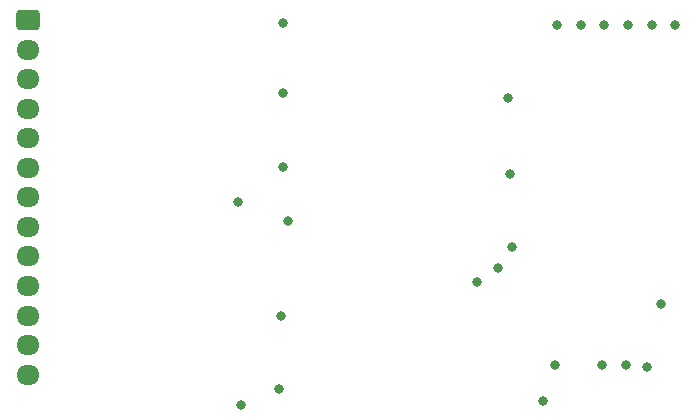
<source format=gbr>
%TF.GenerationSoftware,KiCad,Pcbnew,6.0.5*%
%TF.CreationDate,2022-06-29T09:43:05+02:00*%
%TF.ProjectId,Flux_BMS,466c7578-5f42-44d5-932e-6b696361645f,rev?*%
%TF.SameCoordinates,Original*%
%TF.FileFunction,Copper,L2,Inr*%
%TF.FilePolarity,Positive*%
%FSLAX46Y46*%
G04 Gerber Fmt 4.6, Leading zero omitted, Abs format (unit mm)*
G04 Created by KiCad (PCBNEW 6.0.5) date 2022-06-29 09:43:05*
%MOMM*%
%LPD*%
G01*
G04 APERTURE LIST*
G04 Aperture macros list*
%AMRoundRect*
0 Rectangle with rounded corners*
0 $1 Rounding radius*
0 $2 $3 $4 $5 $6 $7 $8 $9 X,Y pos of 4 corners*
0 Add a 4 corners polygon primitive as box body*
4,1,4,$2,$3,$4,$5,$6,$7,$8,$9,$2,$3,0*
0 Add four circle primitives for the rounded corners*
1,1,$1+$1,$2,$3*
1,1,$1+$1,$4,$5*
1,1,$1+$1,$6,$7*
1,1,$1+$1,$8,$9*
0 Add four rect primitives between the rounded corners*
20,1,$1+$1,$2,$3,$4,$5,0*
20,1,$1+$1,$4,$5,$6,$7,0*
20,1,$1+$1,$6,$7,$8,$9,0*
20,1,$1+$1,$8,$9,$2,$3,0*%
G04 Aperture macros list end*
%TA.AperFunction,ComponentPad*%
%ADD10RoundRect,0.250000X-0.725000X0.600000X-0.725000X-0.600000X0.725000X-0.600000X0.725000X0.600000X0*%
%TD*%
%TA.AperFunction,ComponentPad*%
%ADD11O,1.950000X1.700000*%
%TD*%
%TA.AperFunction,ViaPad*%
%ADD12C,0.800000*%
%TD*%
G04 APERTURE END LIST*
D10*
%TO.N,/LTC6811/CELL+_12*%
%TO.C,J1*%
X79200000Y-55200000D03*
D11*
%TO.N,/LTC6811/CELL+_11*%
X79200000Y-57700000D03*
%TO.N,/LTC6811/CELL+_10*%
X79200000Y-60200000D03*
%TO.N,/LTC6811/CELL+_9*%
X79200000Y-62700000D03*
%TO.N,/LTC6811/CELL+_8*%
X79200000Y-65200000D03*
%TO.N,/LTC6811/CELL+_7*%
X79200000Y-67700000D03*
%TO.N,/LTC6811/CELL+_6*%
X79200000Y-70200000D03*
%TO.N,/LTC6811/CELL+_5*%
X79200000Y-72700000D03*
%TO.N,/LTC6811/CELL+_4*%
X79200000Y-75200000D03*
%TO.N,/LTC6811/CELL+_3*%
X79200000Y-77700000D03*
%TO.N,/LTC6811/CELL+_2*%
X79200000Y-80200000D03*
%TO.N,/LTC6811/CELL+_1*%
X79200000Y-82700000D03*
%TO.N,/LTC6811/CELL-_1*%
X79200000Y-85200000D03*
%TD*%
D12*
%TO.N,/LTC6811/SENSE+_10*%
X126000000Y-55600000D03*
X119800000Y-61800000D03*
%TO.N,/LTC6811/SENSE+_8*%
X130000000Y-55600000D03*
X120000000Y-68200000D03*
%TO.N,/LTC6811/SENSE+_7*%
X132000000Y-55600000D03*
X100800000Y-67600000D03*
%TO.N,/LTC6811/SENSE+_6*%
X120200000Y-74400000D03*
X134000000Y-55600000D03*
%TO.N,/LTC6811/SENSE+_5*%
X131600000Y-84600000D03*
X97000000Y-70600000D03*
%TO.N,/LTC6811/SENSE+_4*%
X117200000Y-77400000D03*
X129800000Y-84400000D03*
%TO.N,/LTC6811/SENSE+_11*%
X100800000Y-55400000D03*
X124000000Y-55600000D03*
%TO.N,/LTC6811/SENSE+_3*%
X127800000Y-84400000D03*
X100600000Y-80200000D03*
%TO.N,/LTC6811/SENSE+_1*%
X123800000Y-84400000D03*
X122800000Y-87400000D03*
X100400000Y-86400000D03*
%TO.N,/LTC6811/BALANCE_5*%
X101200000Y-72200000D03*
X119000000Y-76200000D03*
%TO.N,/LTC6811/BALANCE_1*%
X132800000Y-79200000D03*
X97200000Y-87800000D03*
%TO.N,/LTC6811/SENSE+_9*%
X128000000Y-55600000D03*
X100800000Y-61400000D03*
%TD*%
M02*

</source>
